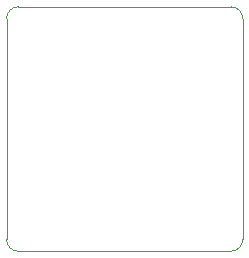
<source format=gbr>
G04 #@! TF.GenerationSoftware,KiCad,Pcbnew,6.0.10+dfsg-1~bpo11+1*
G04 #@! TF.ProjectId,project,70726f6a-6563-4742-9e6b-696361645f70,rev?*
G04 #@! TF.SameCoordinates,Original*
G04 #@! TF.FileFunction,Paste,Bot*
G04 #@! TF.FilePolarity,Positive*
%FSLAX46Y46*%
G04 Gerber Fmt 4.6, Leading zero omitted, Abs format (unit mm)*
%MOMM*%
%LPD*%
G01*
G04 APERTURE LIST*
G04 #@! TA.AperFunction,Profile*
%ADD10C,0.100000*%
G04 #@! TD*
G04 APERTURE END LIST*
D10*
X163500000Y-107400000D02*
G75*
G03*
X162500000Y-108400000I0J-1000000D01*
G01*
X163500000Y-128100000D02*
X181500000Y-128100000D01*
X182500000Y-127100000D02*
X182500000Y-108400000D01*
X162500000Y-108400000D02*
X162500000Y-127100000D01*
X162500000Y-127100000D02*
G75*
G03*
X163500000Y-128100000I1000000J0D01*
G01*
X182500000Y-108400000D02*
G75*
G03*
X181500000Y-107400000I-1000000J0D01*
G01*
X181500000Y-128100000D02*
G75*
G03*
X182500000Y-127100000I0J1000000D01*
G01*
X181500000Y-107400000D02*
X163500000Y-107400000D01*
M02*

</source>
